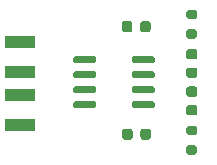
<source format=gtp>
%TF.GenerationSoftware,KiCad,Pcbnew,(5.1.9)-1*%
%TF.CreationDate,2021-02-20T19:07:58+08:00*%
%TF.ProjectId,test,74657374-2e6b-4696-9361-645f70636258,rev?*%
%TF.SameCoordinates,Original*%
%TF.FileFunction,Paste,Top*%
%TF.FilePolarity,Positive*%
%FSLAX46Y46*%
G04 Gerber Fmt 4.6, Leading zero omitted, Abs format (unit mm)*
G04 Created by KiCad (PCBNEW (5.1.9)-1) date 2021-02-20 19:07:58*
%MOMM*%
%LPD*%
G01*
G04 APERTURE LIST*
%ADD10R,2.500000X1.100000*%
G04 APERTURE END LIST*
%TO.C,D2*%
G36*
G01*
X120656250Y-89962500D02*
X120143750Y-89962500D01*
G75*
G02*
X119925000Y-89743750I0J218750D01*
G01*
X119925000Y-89306250D01*
G75*
G02*
X120143750Y-89087500I218750J0D01*
G01*
X120656250Y-89087500D01*
G75*
G02*
X120875000Y-89306250I0J-218750D01*
G01*
X120875000Y-89743750D01*
G75*
G02*
X120656250Y-89962500I-218750J0D01*
G01*
G37*
G36*
G01*
X120656250Y-91537500D02*
X120143750Y-91537500D01*
G75*
G02*
X119925000Y-91318750I0J218750D01*
G01*
X119925000Y-90881250D01*
G75*
G02*
X120143750Y-90662500I218750J0D01*
G01*
X120656250Y-90662500D01*
G75*
G02*
X120875000Y-90881250I0J-218750D01*
G01*
X120875000Y-91318750D01*
G75*
G02*
X120656250Y-91537500I-218750J0D01*
G01*
G37*
%TD*%
%TO.C,C1*%
G36*
G01*
X115400000Y-96050000D02*
X115400000Y-96550000D01*
G75*
G02*
X115175000Y-96775000I-225000J0D01*
G01*
X114725000Y-96775000D01*
G75*
G02*
X114500000Y-96550000I0J225000D01*
G01*
X114500000Y-96050000D01*
G75*
G02*
X114725000Y-95825000I225000J0D01*
G01*
X115175000Y-95825000D01*
G75*
G02*
X115400000Y-96050000I0J-225000D01*
G01*
G37*
G36*
G01*
X116950000Y-96050000D02*
X116950000Y-96550000D01*
G75*
G02*
X116725000Y-96775000I-225000J0D01*
G01*
X116275000Y-96775000D01*
G75*
G02*
X116050000Y-96550000I0J225000D01*
G01*
X116050000Y-96050000D01*
G75*
G02*
X116275000Y-95825000I225000J0D01*
G01*
X116725000Y-95825000D01*
G75*
G02*
X116950000Y-96050000I0J-225000D01*
G01*
G37*
%TD*%
%TO.C,C2*%
G36*
G01*
X116025000Y-87450000D02*
X116025000Y-86950000D01*
G75*
G02*
X116250000Y-86725000I225000J0D01*
G01*
X116700000Y-86725000D01*
G75*
G02*
X116925000Y-86950000I0J-225000D01*
G01*
X116925000Y-87450000D01*
G75*
G02*
X116700000Y-87675000I-225000J0D01*
G01*
X116250000Y-87675000D01*
G75*
G02*
X116025000Y-87450000I0J225000D01*
G01*
G37*
G36*
G01*
X114475000Y-87450000D02*
X114475000Y-86950000D01*
G75*
G02*
X114700000Y-86725000I225000J0D01*
G01*
X115150000Y-86725000D01*
G75*
G02*
X115375000Y-86950000I0J-225000D01*
G01*
X115375000Y-87450000D01*
G75*
G02*
X115150000Y-87675000I-225000J0D01*
G01*
X114700000Y-87675000D01*
G75*
G02*
X114475000Y-87450000I0J225000D01*
G01*
G37*
%TD*%
D10*
%TO.C,J1*%
X105850000Y-88500000D03*
X105850000Y-95500000D03*
X105850000Y-91000000D03*
X105850000Y-93000000D03*
%TD*%
%TO.C,D1*%
G36*
G01*
X120143750Y-93837500D02*
X120656250Y-93837500D01*
G75*
G02*
X120875000Y-94056250I0J-218750D01*
G01*
X120875000Y-94493750D01*
G75*
G02*
X120656250Y-94712500I-218750J0D01*
G01*
X120143750Y-94712500D01*
G75*
G02*
X119925000Y-94493750I0J218750D01*
G01*
X119925000Y-94056250D01*
G75*
G02*
X120143750Y-93837500I218750J0D01*
G01*
G37*
G36*
G01*
X120143750Y-92262500D02*
X120656250Y-92262500D01*
G75*
G02*
X120875000Y-92481250I0J-218750D01*
G01*
X120875000Y-92918750D01*
G75*
G02*
X120656250Y-93137500I-218750J0D01*
G01*
X120143750Y-93137500D01*
G75*
G02*
X119925000Y-92918750I0J218750D01*
G01*
X119925000Y-92481250D01*
G75*
G02*
X120143750Y-92262500I218750J0D01*
G01*
G37*
%TD*%
%TO.C,R1*%
G36*
G01*
X120675000Y-96375000D02*
X120125000Y-96375000D01*
G75*
G02*
X119925000Y-96175000I0J200000D01*
G01*
X119925000Y-95775000D01*
G75*
G02*
X120125000Y-95575000I200000J0D01*
G01*
X120675000Y-95575000D01*
G75*
G02*
X120875000Y-95775000I0J-200000D01*
G01*
X120875000Y-96175000D01*
G75*
G02*
X120675000Y-96375000I-200000J0D01*
G01*
G37*
G36*
G01*
X120675000Y-98025000D02*
X120125000Y-98025000D01*
G75*
G02*
X119925000Y-97825000I0J200000D01*
G01*
X119925000Y-97425000D01*
G75*
G02*
X120125000Y-97225000I200000J0D01*
G01*
X120675000Y-97225000D01*
G75*
G02*
X120875000Y-97425000I0J-200000D01*
G01*
X120875000Y-97825000D01*
G75*
G02*
X120675000Y-98025000I-200000J0D01*
G01*
G37*
%TD*%
%TO.C,R2*%
G36*
G01*
X120125000Y-87425000D02*
X120675000Y-87425000D01*
G75*
G02*
X120875000Y-87625000I0J-200000D01*
G01*
X120875000Y-88025000D01*
G75*
G02*
X120675000Y-88225000I-200000J0D01*
G01*
X120125000Y-88225000D01*
G75*
G02*
X119925000Y-88025000I0J200000D01*
G01*
X119925000Y-87625000D01*
G75*
G02*
X120125000Y-87425000I200000J0D01*
G01*
G37*
G36*
G01*
X120125000Y-85775000D02*
X120675000Y-85775000D01*
G75*
G02*
X120875000Y-85975000I0J-200000D01*
G01*
X120875000Y-86375000D01*
G75*
G02*
X120675000Y-86575000I-200000J0D01*
G01*
X120125000Y-86575000D01*
G75*
G02*
X119925000Y-86375000I0J200000D01*
G01*
X119925000Y-85975000D01*
G75*
G02*
X120125000Y-85775000I200000J0D01*
G01*
G37*
%TD*%
%TO.C,U1*%
G36*
G01*
X115300000Y-90145000D02*
X115300000Y-89845000D01*
G75*
G02*
X115450000Y-89695000I150000J0D01*
G01*
X117100000Y-89695000D01*
G75*
G02*
X117250000Y-89845000I0J-150000D01*
G01*
X117250000Y-90145000D01*
G75*
G02*
X117100000Y-90295000I-150000J0D01*
G01*
X115450000Y-90295000D01*
G75*
G02*
X115300000Y-90145000I0J150000D01*
G01*
G37*
G36*
G01*
X115300000Y-91415000D02*
X115300000Y-91115000D01*
G75*
G02*
X115450000Y-90965000I150000J0D01*
G01*
X117100000Y-90965000D01*
G75*
G02*
X117250000Y-91115000I0J-150000D01*
G01*
X117250000Y-91415000D01*
G75*
G02*
X117100000Y-91565000I-150000J0D01*
G01*
X115450000Y-91565000D01*
G75*
G02*
X115300000Y-91415000I0J150000D01*
G01*
G37*
G36*
G01*
X115300000Y-92685000D02*
X115300000Y-92385000D01*
G75*
G02*
X115450000Y-92235000I150000J0D01*
G01*
X117100000Y-92235000D01*
G75*
G02*
X117250000Y-92385000I0J-150000D01*
G01*
X117250000Y-92685000D01*
G75*
G02*
X117100000Y-92835000I-150000J0D01*
G01*
X115450000Y-92835000D01*
G75*
G02*
X115300000Y-92685000I0J150000D01*
G01*
G37*
G36*
G01*
X115300000Y-93955000D02*
X115300000Y-93655000D01*
G75*
G02*
X115450000Y-93505000I150000J0D01*
G01*
X117100000Y-93505000D01*
G75*
G02*
X117250000Y-93655000I0J-150000D01*
G01*
X117250000Y-93955000D01*
G75*
G02*
X117100000Y-94105000I-150000J0D01*
G01*
X115450000Y-94105000D01*
G75*
G02*
X115300000Y-93955000I0J150000D01*
G01*
G37*
G36*
G01*
X110350000Y-93955000D02*
X110350000Y-93655000D01*
G75*
G02*
X110500000Y-93505000I150000J0D01*
G01*
X112150000Y-93505000D01*
G75*
G02*
X112300000Y-93655000I0J-150000D01*
G01*
X112300000Y-93955000D01*
G75*
G02*
X112150000Y-94105000I-150000J0D01*
G01*
X110500000Y-94105000D01*
G75*
G02*
X110350000Y-93955000I0J150000D01*
G01*
G37*
G36*
G01*
X110350000Y-92685000D02*
X110350000Y-92385000D01*
G75*
G02*
X110500000Y-92235000I150000J0D01*
G01*
X112150000Y-92235000D01*
G75*
G02*
X112300000Y-92385000I0J-150000D01*
G01*
X112300000Y-92685000D01*
G75*
G02*
X112150000Y-92835000I-150000J0D01*
G01*
X110500000Y-92835000D01*
G75*
G02*
X110350000Y-92685000I0J150000D01*
G01*
G37*
G36*
G01*
X110350000Y-91415000D02*
X110350000Y-91115000D01*
G75*
G02*
X110500000Y-90965000I150000J0D01*
G01*
X112150000Y-90965000D01*
G75*
G02*
X112300000Y-91115000I0J-150000D01*
G01*
X112300000Y-91415000D01*
G75*
G02*
X112150000Y-91565000I-150000J0D01*
G01*
X110500000Y-91565000D01*
G75*
G02*
X110350000Y-91415000I0J150000D01*
G01*
G37*
G36*
G01*
X110350000Y-90145000D02*
X110350000Y-89845000D01*
G75*
G02*
X110500000Y-89695000I150000J0D01*
G01*
X112150000Y-89695000D01*
G75*
G02*
X112300000Y-89845000I0J-150000D01*
G01*
X112300000Y-90145000D01*
G75*
G02*
X112150000Y-90295000I-150000J0D01*
G01*
X110500000Y-90295000D01*
G75*
G02*
X110350000Y-90145000I0J150000D01*
G01*
G37*
%TD*%
M02*

</source>
